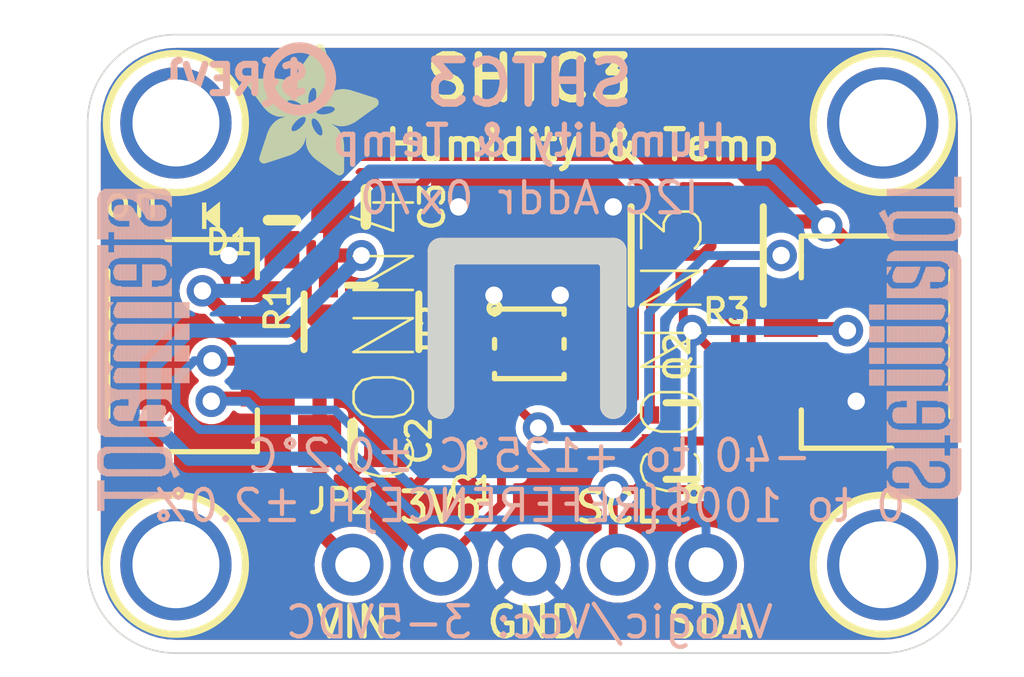
<source format=kicad_pcb>
(kicad_pcb (version 20221018) (generator pcbnew)
  (layers (0 "F.Cu" signal) (31 "B.Cu" signal) (34 "B.Paste" user) (35 "F.Paste" user) (36 "B.SilkS" user "B.Silkscreen") (37 "F.SilkS" user "F.Silkscreen") (38 "B.Mask" user) (39 "F.Mask" user) (44 "Edge.Cuts" user))
  (net 0 "")
  (net 1 "GND")
  (net 2 "SDA")
  (net 3 "SCL")
  (net 4 "SCL_3V")
  (net 5 "SDA_3V")
  (net 6 "3.3V")
  (net 7 "VCC")
  (net 8 "N$1")
  (footprint "working:MOUNTINGHOLE_2.5_PLATED" (layer "F.Cu") (at 138.3411 98.6536)
    (fp_text reference "U$1" hide)
    (fp_text value "MOUNTINGHOLE2.5" hide)
    (pad "P$1" thru_hole circle (at 0 0) (size 3.2 3.2) (drill 2.5) (layers "*.Cu" "*.Mask"))
    (zone (net 0) (net_name "") (layer "F.Cu") (connect_pads (clearance 0)) (min_thickness 0.25)
      (keepout (tracks not_allowed) (vias not_allowed) (pads not_allowed) (copperpour not_allowed) (footprints allowed))
      (fill (thermal_gap 0.5) (thermal_bridge_width 0.5))
      (polygon (pts (xy 140.3571 98.6536) (xy 140.33748 98.373027) (xy 140.279004 98.097915) (xy 140.182808 97.833619) (xy 140.050765 97.585283) (xy 139.885446 97.35774) (xy 139.690067 97.15542) (xy 139.468433 96.98226) (xy 139.224856 96.841631) (xy 138.964078 96.73627) (xy 138.691175 96.668228) (xy 138.411457 96.638828) (xy 138.130371 96.648644) (xy 137.853385 96.697484) (xy 137.585893 96.784397) (xy 137.3331 96.907693) (xy 137.099926 97.06497) (xy 136.890911 97.253169) (xy 136.710122 97.468625) (xy 136.561078 97.707145) (xy 136.44668 97.964087) (xy 136.369154 98.23445) (xy 136.330011 98.512971) (xy 136.330011 98.794229) (xy 136.369154 99.07275) (xy 136.44668 99.343113) (xy 136.561078 99.600055) (xy 136.710122 99.838575) (xy 136.890911 100.054031) (xy 137.099926 100.24223) (xy 137.3331 100.399507) (xy 137.585893 100.522803) (xy 137.853385 100.609716) (xy 138.130371 100.658556) (xy 138.411457 100.668372) (xy 138.691175 100.638972) (xy 138.964078 100.57093) (xy 139.224856 100.465569) (xy 139.468433 100.32494) (xy 139.690067 100.15178) (xy 139.885446 99.94946) (xy 140.050765 99.721917) (xy 140.182808 99.473581) (xy 140.279004 99.209285) (xy 140.33748 98.934173)))
      (polygon (pts (xy 138.3251 98.6536) (xy 138.329786 98.664914) (xy 138.3411 98.6696) (xy 138.352414 98.664914) (xy 138.3571 98.6536) (xy 138.352414 98.642286) (xy 138.3411 98.6376) (xy 138.329786 98.642286)))
    )
    (zone (net 0) (net_name "") (layer "B.Cu") (connect_pads (clearance 0)) (min_thickness 0.25)
      (keepout (tracks not_allowed) (vias not_allowed) (pads not_allowed) (copperpour not_allowed) (footprints allowed))
      (fill (thermal_gap 0.5) (thermal_bridge_width 0.5))
      (polygon (pts (xy 140.3571 98.6536) (xy 140.33748 98.373027) (xy 140.279004 98.097915) (xy 140.182808 97.833619) (xy 140.050765 97.585283) (xy 139.885446 97.35774) (xy 139.690067 97.15542) (xy 139.468433 96.98226) (xy 139.224856 96.841631) (xy 138.964078 96.73627) (xy 138.691175 96.668228) (xy 138.411457 96.638828) (xy 138.130371 96.648644) (xy 137.853385 96.697484) (xy 137.585893 96.784397) (xy 137.3331 96.907693) (xy 137.099926 97.06497) (xy 136.890911 97.253169) (xy 136.710122 97.468625) (xy 136.561078 97.707145) (xy 136.44668 97.964087) (xy 136.369154 98.23445) (xy 136.330011 98.512971) (xy 136.330011 98.794229) (xy 136.369154 99.07275) (xy 136.44668 99.343113) (xy 136.561078 99.600055) (xy 136.710122 99.838575) (xy 136.890911 100.054031) (xy 137.099926 100.24223) (xy 137.3331 100.399507) (xy 137.585893 100.522803) (xy 137.853385 100.609716) (xy 138.130371 100.658556) (xy 138.411457 100.668372) (xy 138.691175 100.638972) (xy 138.964078 100.57093) (xy 139.224856 100.465569) (xy 139.468433 100.32494) (xy 139.690067 100.15178) (xy 139.885446 99.94946) (xy 140.050765 99.721917) (xy 140.182808 99.473581) (xy 140.279004 99.209285) (xy 140.33748 98.934173)))
      (polygon (pts (xy 138.3251 98.6536) (xy 138.329786 98.664914) (xy 138.3411 98.6696) (xy 138.352414 98.664914) (xy 138.3571 98.6536) (xy 138.352414 98.642286) (xy 138.3411 98.6376) (xy 138.329786 98.642286)))
    )
  )
  (footprint "working:JST_SH4" (layer "F.Cu") (at 138.4681 105.0036 -90)
    (fp_text reference "CONN4" (at -4.6 -5.9 90) (layer "F.SilkS") (effects (font (size 1.703222 1.703222) (thickness 0.074778)) (justify right)))
    (fp_text value "STEMMA_I2C_QT" hide)
    (pad "1" smd rect (at -1.5 -2.514) (size 1.55 0.6) (layers "F.Cu" "F.Paste" "F.Mask") (net 1 "GND"))
    (pad "2" smd rect (at -0.5 -2.514) (size 1.55 0.6) (layers "F.Cu" "F.Paste" "F.Mask") (net 7 "VCC"))
    (pad "3" smd rect (at 0.5 -2.514) (size 1.55 0.6) (layers "F.Cu" "F.Paste" "F.Mask") (net 2 "SDA"))
    (pad "4" smd rect (at 1.5 -2.514) (size 1.55 0.6) (layers "F.Cu" "F.Paste" "F.Mask") (net 3 "SCL"))
    (pad "MT1" smd rect (at -2.8 1.386) (size 1.8 1.2) (layers "F.Cu" "F.Paste" "F.Mask") (net 1 "GND"))
    (pad "MT2" smd rect (at 2.8 1.386) (size 1.8 1.2) (layers "F.Cu" "F.Paste" "F.Mask") (net 1 "GND"))
  )
  (footprint "working:1X05_ROUND_70" (layer "F.Cu") (at 148.5011 111.3536)
    (fp_text reference "JP2" (at -6.4262 -1.8288) (layer "F.SilkS") (effects (font (size 0.692831 0.692831) (thickness 0.119969)) (justify left)))
    (fp_text value "")
    (pad "1" thru_hole circle (at -5.08 0 90) (size 1.778 1.778) (drill 1) (layers "*.Cu" "*.Mask") (net 7 "VCC"))
    (pad "2" thru_hole circle (at -2.54 0 90) (size 1.778 1.778) (drill 1) (layers "*.Cu" "*.Mask") (net 6 "3.3V"))
    (pad "3" thru_hole circle (at 0 0 90) (size 1.778 1.778) (drill 1) (layers "*.Cu" "*.Mask") (net 1 "GND"))
    (pad "4" thru_hole circle (at 2.54 0 90) (size 1.778 1.778) (drill 1) (layers "*.Cu" "*.Mask") (net 3 "SCL"))
    (pad "5" thru_hole circle (at 5.08 0 90) (size 1.778 1.778) (drill 1) (layers "*.Cu" "*.Mask") (net 2 "SDA"))
  )
  (footprint "working:SOT363" (layer "F.Cu") (at 152.8826 107.7976 90)
    (fp_text reference "Q2" (at 1.651 -0.127 90) (layer "F.SilkS") (effects (font (size 0.692831 0.692831) (thickness 0.119969)) (justify left)))
    (fp_text value "BSS138")
    (pad "1" smd rect (at -0.75 0.9 90) (size 0.5 0.5) (layers "F.Cu" "F.Paste" "F.Mask") (net 4 "SCL_3V"))
    (pad "2" smd rect (at 0 0.9 90) (size 0.4 0.5) (layers "F.Cu" "F.Paste" "F.Mask") (net 6 "3.3V"))
    (pad "3" smd rect (at 0.75 0.9 90) (size 0.5 0.5) (layers "F.Cu" "F.Paste" "F.Mask") (net 2 "SDA"))
    (pad "4" smd rect (at 0.75 -0.9 90) (size 0.5 0.5) (layers "F.Cu" "F.Paste" "F.Mask") (net 5 "SDA_3V"))
    (pad "5" smd rect (at 0 -0.9 90) (size 0.4 0.5) (layers "F.Cu" "F.Paste" "F.Mask") (net 6 "3.3V"))
    (pad "6" smd rect (at -0.75 -0.9 90) (size 0.5 0.5) (layers "F.Cu" "F.Paste" "F.Mask") (net 3 "SCL"))
  )
  (footprint "working:0805-NO" (layer "F.Cu") (at 143.4211 107.7976)
    (fp_text reference "C2" (at 1.905 -0.762 90) (layer "F.SilkS") (effects (font (size 0.692831 0.692831) (thickness 0.119969)) (justify right)))
    (fp_text value "10uF")
    (pad "1" smd rect (at -0.95 0) (size 1.24 1.5) (layers "F.Cu" "F.Paste" "F.Mask") (net 7 "VCC"))
    (pad "2" smd rect (at 0.95 0) (size 1.24 1.5) (layers "F.Cu" "F.Paste" "F.Mask") (net 1 "GND"))
  )
  (footprint "working:MOUNTINGHOLE_2.5_PLATED" (layer "F.Cu") (at 158.6611 98.6536)
    (fp_text reference "U$17" hide)
    (fp_text value "MOUNTINGHOLE2.5" hide)
    (pad "P$1" thru_hole circle (at 0 0) (size 3.2 3.2) (drill 2.5) (layers "*.Cu" "*.Mask"))
    (zone (net 0) (net_name "") (layer "F.Cu") (connect_pads (clearance 0)) (min_thickness 0.25)
      (keepout (tracks not_allowed) (vias not_allowed) (pads not_allowed) (copperpour not_allowed) (footprints allowed))
      (fill (thermal_gap 0.5) (thermal_bridge_width 0.5))
      (polygon (pts (xy 160.6771 98.6536) (xy 160.65748 98.373027) (xy 160.599004 98.097915) (xy 160.502808 97.833619) (xy 160.370765 97.585283) (xy 160.205446 97.35774) (xy 160.010067 97.15542) (xy 159.788433 96.98226) (xy 159.544856 96.841631) (xy 159.284078 96.73627) (xy 159.011175 96.668228) (xy 158.731457 96.638828) (xy 158.450371 96.648644) (xy 158.173385 96.697484) (xy 157.905893 96.784397) (xy 157.6531 96.907693) (xy 157.419926 97.06497) (xy 157.210911 97.253169) (xy 157.030122 97.468625) (xy 156.881078 97.707145) (xy 156.76668 97.964087) (xy 156.689154 98.23445) (xy 156.650011 98.512971) (xy 156.650011 98.794229) (xy 156.689154 99.07275) (xy 156.76668 99.343113) (xy 156.881078 99.600055) (xy 157.030122 99.838575) (xy 157.210911 100.054031) (xy 157.419926 100.24223) (xy 157.6531 100.399507) (xy 157.905893 100.522803) (xy 158.173385 100.609716) (xy 158.450371 100.658556) (xy 158.731457 100.668372) (xy 159.011175 100.638972) (xy 159.284078 100.57093) (xy 159.544856 100.465569) (xy 159.788433 100.32494) (xy 160.010067 100.15178) (xy 160.205446 99.94946) (xy 160.370765 99.721917) (xy 160.502808 99.473581) (xy 160.599004 99.209285) (xy 160.65748 98.934173)))
      (polygon (pts (xy 158.6451 98.6536) (xy 158.649786 98.664914) (xy 158.6611 98.6696) (xy 158.672414 98.664914) (xy 158.6771 98.6536) (xy 158.672414 98.642286) (xy 158.6611 98.6376) (xy 158.649786 98.642286)))
    )
    (zone (net 0) (net_name "") (layer "B.Cu") (connect_pads (clearance 0)) (min_thickness 0.25)
      (keepout (tracks not_allowed) (vias not_allowed) (pads not_allowed) (copperpour not_allowed) (footprints allowed))
      (fill (thermal_gap 0.5) (thermal_bridge_width 0.5))
      (polygon (pts (xy 160.6771 98.6536) (xy 160.65748 98.373027) (xy 160.599004 98.097915) (xy 160.502808 97.833619) (xy 160.370765 97.585283) (xy 160.205446 97.35774) (xy 160.010067 97.15542) (xy 159.788433 96.98226) (xy 159.544856 96.841631) (xy 159.284078 96.73627) (xy 159.011175 96.668228) (xy 158.731457 96.638828) (xy 158.450371 96.648644) (xy 158.173385 96.697484) (xy 157.905893 96.784397) (xy 157.6531 96.907693) (xy 157.419926 97.06497) (xy 157.210911 97.253169) (xy 157.030122 97.468625) (xy 156.881078 97.707145) (xy 156.76668 97.964087) (xy 156.689154 98.23445) (xy 156.650011 98.512971) (xy 156.650011 98.794229) (xy 156.689154 99.07275) (xy 156.76668 99.343113) (xy 156.881078 99.600055) (xy 157.030122 99.838575) (xy 157.210911 100.054031) (xy 157.419926 100.24223) (xy 157.6531 100.399507) (xy 157.905893 100.522803) (xy 158.173385 100.609716) (xy 158.450371 100.658556) (xy 158.731457 100.668372) (xy 159.011175 100.638972) (xy 159.284078 100.57093) (xy 159.544856 100.465569) (xy 159.788433 100.32494) (xy 160.010067 100.15178) (xy 160.205446 99.94946) (xy 160.370765 99.721917) (xy 160.502808 99.473581) (xy 160.599004 99.209285) (xy 160.65748 98.934173)))
      (polygon (pts (xy 158.6451 98.6536) (xy 158.649786 98.664914) (xy 158.6611 98.6696) (xy 158.672414 98.664914) (xy 158.6771 98.6536) (xy 158.672414 98.642286) (xy 158.6611 98.6376) (xy 158.649786 98.642286)))
    )
  )
  (footprint "working:FIDUCIAL_1MM" (layer "F.Cu") (at 140.8811 109.3216)
    (fp_text reference "FID3" hide)
    (fp_text value "FIDUCIAL_1MM" hide)
    (pad "1" smd roundrect (at 0 0) (size 1 1) (layers "F.Cu" "F.Mask") (roundrect_rratio 0.5))
  )
  (footprint "working:SOT23-5" (layer "F.Cu") (at 143.6751 104.3686)
    (fp_text reference "U2" (at 2.032 -0.562 90) (layer "F.SilkS") (effects (font (size 0.692831 0.692831) (thickness 0.119969)) (justify right)))
    (fp_text value "AP2112K-3.3")
    (pad "1" smd rect (at -0.95 1.3001) (size 0.55 1.2) (layers "F.Cu" "F.Paste" "F.Mask") (net 7 "VCC"))
    (pad "2" smd rect (at 0 1.3001) (size 0.55 1.2) (layers "F.Cu" "F.Paste" "F.Mask") (net 1 "GND"))
    (pad "3" smd rect (at 0.95 1.3001) (size 0.55 1.2) (layers "F.Cu" "F.Paste" "F.Mask") (net 7 "VCC"))
    (pad "4" smd rect (at 0.95 -1.3001) (size 0.55 1.2) (layers "F.Cu" "F.Paste" "F.Mask"))
    (pad "5" smd rect (at -0.95 -1.3001) (size 0.55 1.2) (layers "F.Cu" "F.Paste" "F.Mask") (net 6 "3.3V"))
  )
  (footprint "working:CHIPLED_0603_NOOUTLINE" (layer "F.Cu") (at 139.3571 101.3206 90)
    (fp_text reference "D1" (at -0.762 1.27) (layer "F.SilkS") (effects (font (size 0.692831 0.692831) (thickness 0.119969)) (justify right)))
    (fp_text value "GREEN")
    (pad "A" smd rect (at 0 0.75 90) (size 0.8 0.8) (layers "F.Cu" "F.Paste" "F.Mask") (net 8 "N$1"))
    (pad "C" smd rect (at 0 -0.75 90) (size 0.8 0.8) (layers "F.Cu" "F.Paste" "F.Mask") (net 1 "GND"))
  )
  (footprint "working:JST_SH4" (layer "F.Cu") (at 158.5341 105.0036 90)
    (fp_text reference "CONN3" (at -4.6 -5.9 90) (layer "F.SilkS") (effects (font (size 1.703222 1.703222) (thickness 0.074778)) (justify left)))
    (fp_text value "STEMMA_I2C_QT" hide)
    (pad "1" smd rect (at -1.5 -2.514 180) (size 1.55 0.6) (layers "F.Cu" "F.Paste" "F.Mask") (net 1 "GND"))
    (pad "2" smd rect (at -0.5 -2.514 180) (size 1.55 0.6) (layers "F.Cu" "F.Paste" "F.Mask") (net 7 "VCC"))
    (pad "3" smd rect (at 0.5 -2.514 180) (size 1.55 0.6) (layers "F.Cu" "F.Paste" "F.Mask") (net 2 "SDA"))
    (pad "4" smd rect (at 1.5 -2.514 180) (size 1.55 0.6) (layers "F.Cu" "F.Paste" "F.Mask") (net 3 "SCL"))
    (pad "MT1" smd rect (at -2.8 1.386 180) (size 1.8 1.2) (layers "F.Cu" "F.Paste" "F.Mask") (net 1 "GND"))
    (pad "MT2" smd rect (at 2.8 1.386 180) (size 1.8 1.2) (layers "F.Cu" "F.Paste" "F.Mask") (net 1 "GND"))
  )
  (footprint "working:SHTC3" (layer "F.Cu") (at 148.5011 105.0036)
    (fp_text reference "X1" hide)
    (fp_text value "SHTC3" hide)
    (pad "1" smd rect (at -0.95 -0.5 90) (size 0.35 0.55) (layers "F.Cu" "F.Mask") (net 6 "3.3V"))
    (pad "2" smd rect (at -0.95 0.5 90) (size 0.35 0.55) (layers "F.Cu" "F.Mask") (net 4 "SCL_3V"))
    (pad "3" smd rect (at 0.95 0.5 90) (size 0.35 0.55) (layers "F.Cu" "F.Mask") (net 5 "SDA_3V"))
    (pad "4" smd rect (at 0.95 -0.5 90) (size 0.35 0.55) (layers "F.Cu" "F.Mask") (net 1 "GND"))
    (pad "MNT" smd rect (at 0 0 90) (size 1.6 0.7) (layers "F.Cu" "F.Mask") (net 1 "GND"))
  )
  (footprint "working:FIDUCIAL_1MM" (layer "F.Cu") (at 155.3591 97.3836)
    (fp_text reference "FID4" hide)
    (fp_text value "FIDUCIAL_1MM" hide)
    (pad "1" smd roundrect (at 0 0) (size 1 1) (layers "F.Cu" "F.Mask") (roundrect_rratio 0.5))
  )
  (footprint "working:MOUNTINGHOLE_2.5_PLATED" (layer "F.Cu") (at 158.6611 111.3536)
    (fp_text reference "U$21" hide)
    (fp_text value "MOUNTINGHOLE2.5" hide)
    (pad "P$1" thru_hole circle (at 0 0) (size 3.2 3.2) (drill 2.5) (layers "*.Cu" "*.Mask"))
    (zone (net 0) (net_name "") (layer "F.Cu") (connect_pads (clearance 0)) (min_thickness 0.25)
      (keepout (tracks not_allowed) (vias not_allowed) (pads not_allowed) (copperpour not_allowed) (footprints allowed))
      (fill (thermal_gap 0.5) (thermal_bridge_width 0.5))
      (polygon (pts (xy 160.6771 111.3536) (xy 160.65748 111.073027) (xy 160.599004 110.797915) (xy 160.502808 110.533619) (xy 160.370765 110.285283) (xy 160.205446 110.05774) (xy 160.010067 109.85542) (xy 159.788433 109.68226) (xy 159.544856 109.541631) (xy 159.284078 109.43627) (xy 159.011175 109.368228) (xy 158.731457 109.338828) (xy 158.450371 109.348644) (xy 158.173385 109.397484) (xy 157.905893 109.484397) (xy 157.6531 109.607693) (xy 157.419926 109.76497) (xy 157.210911 109.953169) (xy 157.030122 110.168625) (xy 156.881078 110.407145) (xy 156.76668 110.664087) (xy 156.689154 110.93445) (xy 156.650011 111.212971) (xy 156.650011 111.494229) (xy 156.689154 111.77275) (xy 156.76668 112.043113) (xy 156.881078 112.300055) (xy 157.030122 112.538575) (xy 157.210911 112.754031) (xy 157.419926 112.94223) (xy 157.6531 113.099507) (xy 157.905893 113.222803) (xy 158.173385 113.309716) (xy 158.450371 113.358556) (xy 158.731457 113.368372) (xy 159.011175 113.338972) (xy 159.284078 113.27093) (xy 159.544856 113.165569) (xy 159.788433 113.02494) (xy 160.010067 112.85178) (xy 160.205446 112.64946) (xy 160.370765 112.421917) (xy 160.502808 112.173581) (xy 160.599004 111.909285) (xy 160.65748 111.634173)))
      (polygon (pts (xy 158.6451 111.3536) (xy 158.649786 111.364914) (xy 158.6611 111.3696) (xy 158.672414 111.364914) (xy 158.6771 111.3536) (xy 158.672414 111.342286) (xy 158.6611 111.3376) (xy 158.649786 111.342286)))
    )
    (zone (net 0) (net_name "") (layer "B.Cu") (connect_pads (clearance 0)) (min_thickness 0.25)
      (keepout (tracks not_allowed) (vias not_allowed) (pads not_allowed) (copperpour not_allowed) (footprints allowed))
      (fill (thermal_gap 0.5) (thermal_bridge_width 0.5))
      (polygon (pts (xy 160.6771 111.3536) (xy 160.65748 111.073027) (xy 160.599004 110.797915) (xy 160.502808 110.533619) (xy 160.370765 110.285283) (xy 160.205446 110.05774) (xy 160.010067 109.85542) (xy 159.788433 109.68226) (xy 159.544856 109.541631) (xy 159.284078 109.43627) (xy 159.011175 109.368228) (xy 158.731457 109.338828) (xy 158.450371 109.348644) (xy 158.173385 109.397484) (xy 157.905893 109.484397) (xy 157.6531 109.607693) (xy 157.419926 109.76497) (xy 157.210911 109.953169) (xy 157.030122 110.168625) (xy 156.881078 110.407145) (xy 156.76668 110.664087) (xy 156.689154 110.93445) (xy 156.650011 111.212971) (xy 156.650011 111.494229) (xy 156.689154 111.77275) (xy 156.76668 112.043113) (xy 156.881078 112.300055) (xy 157.030122 112.538575) (xy 157.210911 112.754031) (xy 157.419926 112.94223) (xy 157.6531 113.099507) (xy 157.905893 113.222803) (xy 158.173385 113.309716) (xy 158.450371 113.358556) (xy 158.731457 113.368372) (xy 159.011175 113.338972) (xy 159.284078 113.27093) (xy 159.544856 113.165569) (xy 159.788433 113.02494) (xy 160.010067 112.85178) (xy 160.205446 112.64946) (xy 160.370765 112.421917) (xy 160.502808 112.173581) (xy 160.599004 111.909285) (xy 160.65748 111.634173)))
      (polygon (pts (xy 158.6451 111.3536) (xy 158.649786 111.364914) (xy 158.6611 111.3696) (xy 158.672414 111.364914) (xy 158.6771 111.3536) (xy 158.672414 111.342286) (xy 158.6611 111.3376) (xy 158.649786 111.342286)))
    )
  )
  (footprint "working:MOUNTINGHOLE_2.5_PLATED" (layer "F.Cu") (at 138.3411 111.3536)
    (fp_text reference "U$19" hide)
    (fp_text value "MOUNTINGHOLE2.5" hide)
    (pad "P$1" thru_hole circle (at 0 0) (size 3.2 3.2) (drill 2.5) (layers "*.Cu" "*.Mask"))
    (zone (net 0) (net_name "") (layer "F.Cu") (connect_pads (clearance 0)) (min_thickness 0.25)
      (keepout (tracks not_allowed) (vias not_allowed) (pads not_allowed) (copperpour not_allowed) (footprints allowed))
      (fill (thermal_gap 0.5) (thermal_bridge_width 0.5))
      (polygon (pts (xy 140.3571 111.3536) (xy 140.33748 111.073027) (xy 140.279004 110.797915) (xy 140.182808 110.533619) (xy 140.050765 110.285283) (xy 139.885446 110.05774) (xy 139.690067 109.85542) (xy 139.468433 109.68226) (xy 139.224856 109.541631) (xy 138.964078 109.43627) (xy 138.691175 109.368228) (xy 138.411457 109.338828) (xy 138.130371 109.348644) (xy 137.853385 109.397484) (xy 137.585893 109.484397) (xy 137.3331 109.607693) (xy 137.099926 109.76497) (xy 136.890911 109.953169) (xy 136.710122 110.168625) (xy 136.561078 110.407145) (xy 136.44668 110.664087) (xy 136.369154 110.93445) (xy 136.330011 111.212971) (xy 136.330011 111.494229) (xy 136.369154 111.77275) (xy 136.44668 112.043113) (xy 136.561078 112.300055) (xy 136.710122 112.538575) (xy 136.890911 112.754031) (xy 137.099926 112.94223) (xy 137.3331 113.099507) (xy 137.585893 113.222803) (xy 137.853385 113.309716) (xy 138.130371 113.358556) (xy 138.411457 113.368372) (xy 138.691175 113.338972) (xy 138.964078 113.27093) (xy 139.224856 113.165569) (xy 139.468433 113.02494) (xy 139.690067 112.85178) (xy 139.885446 112.64946) (xy 140.050765 112.421917) (xy 140.182808 112.173581) (xy 140.279004 111.909285) (xy 140.33748 111.634173)))
      (polygon (pts (xy 138.3251 111.3536) (xy 138.329786 111.364914) (xy 138.3411 111.3696) (xy 138.352414 111.364914) (xy 138.3571 111.3536) (xy 138.352414 111.342286) (xy 138.3411 111.3376) (xy 138.329786 111.342286)))
    )
    (zone (net 0) (net_name "") (layer "B.Cu") (connect_pads (clearance 0)) (min_thickness 0.25)
      (keepout (tracks not_allowed) (vias not_allowed) (pads not_allowed) (copperpour not_allowed) (footprints allowed))
      (fill (thermal_gap 0.5) (thermal_bridge_width 0.5))
      (polygon (pts (xy 140.3571 111.3536) (xy 140.33748 111.073027) (xy 140.279004 110.797915) (xy 140.182808 110.533619) (xy 140.050765 110.285283) (xy 139.885446 110.05774) (xy 139.690067 109.85542) (xy 139.468433 109.68226) (xy 139.224856 109.541631) (xy 138.964078 109.43627) (xy 138.691175 109.368228) (xy 138.411457 109.338828) (xy 138.130371 109.348644) (xy 137.853385 109.397484) (xy 137.585893 109.484397) (xy 137.3331 109.607693) (xy 137.099926 109.76497) (xy 136.890911 109.953169) (xy 136.710122 110.168625) (xy 136.561078 110.407145) (xy 136.44668 110.664087) (xy 136.369154 110.93445) (xy 136.330011 111.212971) (xy 136.330011 111.494229) (xy 136.369154 111.77275) (xy 136.44668 112.043113) (xy 136.561078 112.300055) (xy 136.710122 112.538575) (xy 136.890911 112.754031) (xy 137.099926 112.94223) (xy 137.3331 113.099507) (xy 137.585893 113.222803) (xy 137.853385 113.309716) (xy 138.130371 113.358556) (xy 138.411457 113.368372) (xy 138.691175 113.338972) (xy 138.964078 113.27093) (xy 139.224856 113.165569) (xy 139.468433 113.02494) (xy 139.690067 112.85178) (xy 139.885446 112.64946) (xy 140.050765 112.421917) (xy 140.182808 112.173581) (xy 140.279004 111.909285) (xy 140.33748 111.634173)))
      (polygon (pts (xy 138.3251 111.3536) (xy 138.329786 111.364914) (xy 138.3411 111.3696) (xy 138.352414 111.364914) (xy 138.3571 111.3536) (xy 138.352414 111.342286) (xy 138.3411 111.3376) (xy 138.329786 111.342286)))
    )
  )
  (footprint "working:0603-NO" (layer "F.Cu") (at 141.3891 101.4476 -90)
    (fp_text reference "R1" (at 1.778 0.127 90) (layer "F.SilkS") (effects (font (size 0.692831 0.692831) (thickness 0.119969)) (justify right)))
    (fp_text value "10K")
    (pad "1" smd rect (at -0.85 0 270) (size 1.075 1) (layers "F.Cu" "F.Paste" "F.Mask") (net 6 "3.3V"))
    (pad "2" smd rect (at 0.85 0 270) (size 1.075 1) (layers "F.Cu" "F.Paste" "F.Mask") (net 8 "N$1"))
  )
  (footprint "working:RESPACK_4X0603" (layer "F.Cu") (at 153.3271 102.4636 180)
    (fp_text reference "R3" (at -1.6 -1.6) (layer "F.SilkS") (effects (font (size 0.692831 0.692831) (thickness 0.119969)) (justify right)))
    (fp_text value "10K")
    (pad "1" smd rect (at -1.3 0.85 180) (size 0.45 0.9) (layers "F.Cu" "F.Paste" "F.Mask") (net 7 "VCC"))
    (pad "2" smd rect (at -0.4 0.85 180) (size 0.45 0.9) (layers "F.Cu" "F.Paste" "F.Mask") (net 6 "3.3V"))
    (pad "3" smd rect (at 0.4 0.85 180) (size 0.45 0.9) (layers "F.Cu" "F.Paste" "F.Mask") (net 7 "VCC"))
    (pad "4" smd rect (at 1.3 0.85 180) (size 0.45 0.9) (layers "F.Cu" "F.Paste" "F.Mask") (net 6 "3.3V"))
    (pad "5" smd rect (at 1.3 -0.85 180) (size 0.45 0.9) (layers "F.Cu" "F.Paste" "F.Mask") (net 5 "SDA_3V"))
    (pad "6" smd rect (at 0.4 -0.85 180) (size 0.45 0.9) (layers "F.Cu" "F.Paste" "F.Mask") (net 2 "SDA"))
    (pad "7" smd rect (at -0.4 -0.85 180) (size 0.45 0.9) (layers "F.Cu" "F.Paste" "F.Mask") (net 4 "SCL_3V"))
    (pad "8" smd rect (at -1.3 -0.85 180) (size 0.45 0.9) (layers "F.Cu" "F.Paste" "F.Mask") (net 3 "SCL"))
  )
  (footprint "working:0603-NO" (layer "F.Cu") (at 146.8501 108.3056 180)
    (fp_text reference "C1" (at -0.762 -0.889) (layer "F.SilkS") (effects (font (size 0.692831 0.692831) (thickness 0.119969)) (justify right)))
    (fp_text value "0.1uF")
    (pad "1" smd rect (at -0.85 0 180) (size 1.075 1) (layers "F.Cu" "F.Paste" "F.Mask") (net 6 "3.3V"))
    (pad "2" smd rect (at 0.85 0 180) (size 1.075 1) (layers "F.Cu" "F.Paste" "F.Mask") (net 1 "GND"))
  )
  (footprint "working:ADAFRUIT_3.5MM" (layer "F.Cu") (at 140.3731 100.1776)
    (fp_text reference "U$22" hide)
    (fp_text value "" hide)
  )
  (footprint "working:0805-NO" (layer "F.Cu") (at 143.8021 101.0666)
    (fp_text reference "C3" (at 1.905 -0.762 90) (layer "F.SilkS") (effects (font (size 0.692831 0.692831) (thickness 0.119969)) (justify right)))
    (fp_text value "10uF")
    (pad "1" smd rect (at -0.95 0) (size 1.24 1.5) (layers "F.Cu" "F.Paste" "F.Mask") (net 6 "3.3V"))
    (pad "2" smd rect (at 0.95 0) (size 1.24 1.5) (layers "F.Cu" "F.Paste" "F.Mask") (net 1 "GND"))
  )
  (footprint "working:STEMMAQT" (layer "B.Cu") (at 138.7221 100.5586 -90)
    (fp_text reference "U$31" hide)
    (fp_text value "" hide)
  )
  (footprint "working:PCBFEAT-REV-040" (layer "B.Cu") (at 141.8971 97.3836 180)
    (fp_text reference "U$25" hide)
    (fp_text value "" hide)
    (fp_text user "${REV}" (at -0.3556 -0.508) (layer "B.SilkS") (effects (font (size 0.8128 0.8128) (thickness 0.2032)) (justify left bottom mirror)))
  )
  (footprint "working:STEMMAQT" (layer "B.Cu") (at 158.2801 109.4486 90)
    (fp_text reference "U$30" hide)
    (fp_text value "" hide)
  )
  (gr_line (start 161.2011 111.3536) (end 161.2011 98.6536) (stroke (width 0.05)) (layer "Edge.Cuts"))
  (gr_arc (start 135.8011 98.6536) (mid 136.545049 96.857549) (end 138.3411 96.1136) (stroke (width 0.05)) (layer "Edge.Cuts"))
  (gr_line (start 138.3411 113.8936) (end 158.6611 113.8936) (stroke (width 0.05)) (layer "Edge.Cuts"))
  (gr_arc (start 158.6611 96.1136) (mid 160.457151 96.857549) (end 161.2011 98.6536) (stroke (width 0.05)) (layer "Edge.Cuts"))
  (gr_line (start 150.9141 102.3366) (end 150.9141 106.7816) (stroke (width 0.762)) (layer "Edge.Cuts"))
  (gr_arc (start 161.2011 111.3536) (mid 160.457151 113.149651) (end 158.6611 113.8936) (stroke (width 0.05)) (layer "Edge.Cuts"))
  (gr_line (start 135.8011 98.6536) (end 135.8011 111.3536) (stroke (width 0.05)) (layer "Edge.Cuts"))
  (gr_line (start 145.9611 106.7816) (end 145.9611 102.3366) (stroke (width 0.762)) (layer "Edge.Cuts"))
  (gr_line (start 145.9611 102.3366) (end 150.9141 102.3366) (stroke (width 0.762)) (layer "Edge.Cuts"))
  (gr_arc (start 138.3411 113.8936) (mid 136.545049 113.149651) (end 135.8011 111.3536) (stroke (width 0.05)) (layer "Edge.Cuts"))
  (gr_line (start 158.6611 96.1136) (end 138.3411 96.1136) (stroke (width 0.05)) (layer "Edge.Cuts"))
  (gr_text "VLogic/Vcc: 3-5VDC" (at 148.5011 113.0046) (layer "B.SilkS") (effects (font (size 0.89408 0.89408) (thickness 0.12192)) (justify mirror)))
  (gr_text "I2C Addr 0x70" (at 148.5011 100.8126) (layer "B.SilkS") (effects (font (size 0.89408 0.89408) (thickness 0.12192)) (justify mirror)))
  (gr_text "SHTC3" (at 148.5011 97.5106) (layer "B.SilkS") (effects (font (size 1.25222 1.25222) (thickness 0.22098)) (justify mirror)))
  (gr_text "-40 to +125°C ±0.2°C\n0 to 100%RH ±2.0%" (at 148.5011 108.9406) (layer "B.SilkS") (effects (font (size 0.89408 0.89408) (thickness 0.12192)) (justify mirror)))
  (gr_text "Humidity & Temp" (at 148.5011 99.1616) (layer "B.SilkS") (effects (font (size 0.8636 0.8636) (thickness 0.1524)) (justify mirror)))
  (gr_text "on" (at 136.1821 101.4476) (layer "F.SilkS") (effects (font (size 0.89408 0.89408) (thickness 0.12192)) (justify left bottom)))
  (gr_text "SDA" (at 153.7081 113.0046) (layer "F.SilkS") (effects (font (size 0.87376 0.87376) (thickness 0.14224))))
  (gr_text "SHTC3" (at 148.5011 97.3836) (layer "F.SilkS") (effects (font (size 1.25222 1.25222) (thickness 0.22098))))
  (gr_text "Humidity & Temp" (at 150.0251 99.2886) (layer "F.SilkS") (effects (font (size 0.8636 0.8636) (thickness 0.1524))))
  (gr_text "GND" (at 148.6281 113.0046) (layer "F.SilkS") (effects (font (size 0.87376 0.87376) (thickness 0.14224))))
  (gr_text "VIN" (at 143.4211 113.0046) (layer "F.SilkS") (effects (font (size 0.87376 0.87376) (thickness 0.14224))))
  (gr_text "3Vo" (at 145.9611 109.7026) (layer "F.SilkS") (effects (font (size 0.87376 0.87376) (thickness 0.14224))))
  (gr_text "SCL" (at 151.0411 109.7026) (layer "F.SilkS") (effects (font (size 0.87376 0.87376) (thickness 0.14224))))
  (segment (start 144.3711 107.4166) (end 143.6751 106.7206) (width 0.4064) (layer "F.Cu") (net 1))
  (segment (start 140.9051 103.5036) (end 139.8651 102.4636) (width 0.4064) (layer "F.Cu") (net 1))
  (segment (start 143.6751 105.6687) (end 143.6751 106.7206) (width 0.4064) (layer "F.Cu") (net 1))
  (segment (start 144.3711 107.7976) (end 144.3711 107.4166) (width 0.4064) (layer "F.Cu") (net 1))
  (segment (start 140.9821 103.5036) (end 140.9051 103.5036) (width 0.4064) (layer "F.Cu") (net 1))
  (via (at 157.8991 106.6546) (size 0.9064) (drill 0.5) (layers "F.Cu" "B.Cu") (net 1))
  (via (at 139.8651 102.4636) (size 0.9064) (drill 0.5) (layers "F.Cu" "B.Cu") (net 1))
  (via (at 149.3901 103.6066) (size 0.9064) (drill 0.5) (layers "F.Cu" "B.Cu") (net 1))
  (via (at 146.4691 101.0666) (size 0.9064) (drill 0.5) (layers "F.Cu" "B.Cu") (net 1))
  (via (at 147.4851 103.6066) (size 0.9064) (drill 0.5) (layers "F.Cu" "B.Cu") (net 1))
  (via (at 150.9141 101.0666) (size 0.9064) (drill 0.5) (layers "F.Cu" "B.Cu") (net 1))
  (segment (start 152.9271 104.3686) (end 152.9271 103.3136) (width 0.254) (layer "F.Cu") (net 2))
  (segment (start 153.1811 104.6226) (end 152.9271 104.3686) (width 0.254) (layer "F.Cu") (net 2))
  (segment (start 157.5261 104.5036) (end 157.6451 104.6226) (width 0.254) (layer "F.Cu") (net 2))
  (segment (start 140.9821 105.5036) (end 139.379706 105.5036) (width 0.254) (layer "F.Cu") (net 2))
  (segment (start 156.0201 104.5036) (end 157.5261 104.5036) (width 0.254) (layer "F.Cu") (net 2))
  (segment (start 139.379706 105.5036) (end 139.379706 105.488994) (width 0.254) (layer "F.Cu") (net 2))
  (segment (start 153.7826 105.2241) (end 153.1811 104.6226) (width 0.254) (layer "F.Cu") (net 2))
  (segment (start 153.7826 107.0476) (end 153.7826 105.2241) (width 0.254) (layer "F.Cu") (net 2))
  (via (at 153.1811 104.6226) (size 0.9064) (drill 0.5) (layers "F.Cu" "B.Cu") (net 2))
  (via (at 157.6451 104.6226) (size 0.9064) (drill 0.5) (layers "F.Cu" "B.Cu") (net 2))
  (via (at 139.379706 105.488994) (size 0.9064) (drill 0.5) (layers "F.Cu" "B.Cu") (net 2))
  (segment (start 138.3411 106.7816) (end 139.0269 107.4674) (width 0.254) (layer "B.Cu") (net 2))
  (segment (start 139.0269 107.4674) (end 142.745 107.4674) (width 0.254) (layer "B.Cu") (net 2))
  (segment (start 157.6451 104.6226) (end 153.1811 104.6226) (width 0.254) (layer "B.Cu") (net 2))
  (segment (start 153.1811 109.8296) (end 153.5811 110.2296) (width 0.254) (layer "B.Cu") (net 2))
  (segment (start 153.5811 110.2296) (end 153.5811 111.3536) (width 0.254) (layer "B.Cu") (net 2))
  (segment (start 152.9461 110.0646) (end 153.1811 109.8296) (width 0.254) (layer "B.Cu") (net 2))
  (segment (start 142.745 107.4674) (end 145.3422 110.0646) (width 0.254) (layer "B.Cu") (net 2))
  (segment (start 138.3411 106.0196) (end 138.3411 106.7816) (width 0.254) (layer "B.Cu") (net 2))
  (segment (start 153.1811 109.8296) (end 153.1811 104.6226) (width 0.254) (layer "B.Cu") (net 2))
  (segment (start 139.379706 105.488994) (end 138.871706 105.488994) (width 0.254) (layer "B.Cu") (net 2))
  (segment (start 145.3422 110.0646) (end 152.9461 110.0646) (width 0.254) (layer "B.Cu") (net 2))
  (segment (start 138.871706 105.488994) (end 138.3411 106.0196) (width 0.254) (layer "B.Cu") (net 2))
  (segment (start 150.9141 109.1946) (end 151.5491 109.1946) (width 0.254) (layer "F.Cu") (net 3))
  (segment (start 151.9826 108.5476) (end 152.08935 108.65435) (width 0.254) (layer "F.Cu") (net 3))
  (segment (start 154.8811 108.5296) (end 154.2161 109.1946) (width 0.254) (layer "F.Cu") (net 3))
  (segment (start 152.5541 109.1946) (end 151.9826 108.6231) (width 0.254) (layer "F.Cu") (net 3))
  (segment (start 154.8171 103.5036) (end 154.6271 103.3136) (width 0.254) (layer "F.Cu") (net 3))
  (segment (start 154.8811 103.5676) (end 154.8811 108.5296) (width 0.254) (layer "F.Cu") (net 3))
  (segment (start 139.5081 106.5036) (end 139.3571 106.6546) (width 0.254) (layer "F.Cu") (net 3))
  (segment (start 150.9141 111.2266) (end 151.0411 111.3536) (width 0.254) (layer "F.Cu") (net 3))
  (segment (start 154.6271 103.3136) (end 154.8811 103.5676) (width 0.254) (layer "F.Cu") (net 3))
  (segment (start 140.9821 106.5036) (end 139.5081 106.5036) (width 0.254) (layer "F.Cu") (net 3))
  (segment (start 150.9141 109.1946) (end 150.9141 111.2266) (width 0.254) (layer "F.Cu") (net 3))
  (segment (start 151.9826 108.5476) (end 151.9826 108.6231) (width 0.254) (layer "F.Cu") (net 3))
  (segment (start 154.2161 109.1946) (end 152.5541 109.1946) (width 0.254) (layer "F.Cu") (net 3))
  (segment (start 152.08935 108.65435) (end 151.5491 109.1946) (width 0.254) (layer "F.Cu") (net 3))
  (segment (start 156.0201 103.5036) (end 154.8171 103.5036) (width 0.254) (layer "F.Cu") (net 3))
  (via (at 139.3571 106.6546) (size 0.9064) (drill 0.5) (layers "F.Cu" "B.Cu") (net 3))
  (via (at 150.9141 109.1946) (size 0.9064) (drill 0.5) (layers "F.Cu" "B.Cu") (net 3))
  (segment (start 142.9131 106.9086) (end 140.650262 106.9086) (width 0.254) (layer "B.Cu") (net 3))
  (segment (start 140.396262 106.6546) (end 140.650262 106.9086) (width 0.254) (layer "B.Cu") (net 3))
  (segment (start 139.3571 106.6546) (end 140.396262 106.6546) (width 0.254) (layer "B.Cu") (net 3))
  (segment (start 145.1991 109.1946) (end 142.9131 106.9086) (width 0.254) (layer "B.Cu") (net 3))
  (segment (start 150.9141 109.1946) (end 145.1991 109.1946) (width 0.254) (layer "B.Cu") (net 3))
  (segment (start 153.7271 103.7526) (end 154.4239 104.4494) (width 0.254) (layer "F.Cu") (net 4))
  (segment (start 154.4239 108.1786) (end 154.0549 108.5476) (width 0.254) (layer "F.Cu") (net 4))
  (segment (start 147.5511 105.5036) (end 147.5511 106.2126) (width 0.254) (layer "F.Cu") (net 4))
  (segment (start 153.7271 102.9526) (end 154.2161 102.4636) (width 0.254) (layer "F.Cu") (net 4))
  (segment (start 153.7271 103.3136) (end 153.7271 102.9526) (width 0.254) (layer "F.Cu") (net 4))
  (segment (start 148.7551 107.4166) (end 147.5511 106.2126) (width 0.254) (layer "F.Cu") (net 4))
  (segment (start 154.2161 102.4636) (end 155.7401 102.4636) (width 0.254) (layer "F.Cu") (net 4))
  (segment (start 153.7826 108.5476) (end 154.0549 108.5476) (width 0.254) (layer "F.Cu") (net 4))
  (segment (start 148.7583 107.4166) (end 148.7551 107.4166) (width 0.254) (layer "F.Cu") (net 4))
  (segment (start 154.4239 104.4494) (end 154.4239 108.1786) (width 0.254) (layer "F.Cu") (net 4))
  (segment (start 153.7271 103.3136) (end 153.7271 103.7526) (width 0.254) (layer "F.Cu") (net 4))
  (via (at 148.7583 107.4166) (size 0.889) (drill 0.4826) (layers "F.Cu" "B.Cu") (net 4))
  (via (at 155.7401 102.4636) (size 0.9064) (drill 0.5) (layers "F.Cu" "B.Cu") (net 4))
  (segment (start 151.9301 104.1146) (end 153.5811 102.4636) (width 0.254) (layer "B.Cu") (net 4))
  (segment (start 149.0123 107.6706) (end 148.7583 107.4166) (width 0.254) (layer "B.Cu") (net 4))
  (segment (start 151.4221 107.6706) (end 149.0123 107.6706) (width 0.254) (layer "B.Cu") (net 4))
  (segment (start 151.4221 107.6706) (end 151.9301 107.1626) (width 0.254) (layer "B.Cu") (net 4))
  (segment (start 153.5811 102.4636) (end 155.7401 102.4636) (width 0.254) (layer "B.Cu") (net 4))
  (segment (start 151.9301 107.1626) (end 151.9301 104.1146) (width 0.254) (layer "B.Cu") (net 4))
  (segment (start 150.1521 107.6706) (end 151.1691 107.6706) (width 0.254) (layer "F.Cu") (net 5))
  (segment (start 151.7921 107.0476) (end 151.9826 107.0476) (width 0.254) (layer "F.Cu") (net 5))
  (segment (start 151.7921 107.0476) (end 151.1691 107.6706) (width 0.254) (layer "F.Cu") (net 5))
  (segment (start 152.0271 103.3136) (end 151.9826 103.3581) (width 0.254) (layer "F.Cu") (net 5))
  (segment (start 151.9826 103.3581) (end 151.9826 107.0476) (width 0.254) (layer "F.Cu") (net 5))
  (segment (start 149.4511 105.5036) (end 149.4511 106.9696) (width 0.254) (layer "F.Cu") (net 5))
  (segment (start 149.4511 106.9696) (end 150.1521 107.6706) (width 0.254) (layer "F.Cu") (net 5))
  (segment (start 142.8521 101.0666) (end 142.8521 100.1116) (width 0.4064) (layer "F.Cu") (net 6))
  (segment (start 142.4931 101.0666) (end 142.0241 100.5976) (width 0.3048) (layer "F.Cu") (net 6))
  (segment (start 153.7271 101.6136) (end 153.7271 102.1906) (width 0.3048) (layer "F.Cu") (net 6))
  (segment (start 142.8521 102.4636) (end 142.7251 102.5906) (width 0.4064) (layer "F.Cu") (net 6))
  (segment (start 142.8521 101.0666) (end 142.7251 101.1936) (width 0.3048) (layer "F.Cu") (net 6))
  (segment (start 143.6751 102.4636) (end 142.8521 102.4636) (width 0.4064) (layer "F.Cu") (net 6))
  (segment (start 151.9826 107.7976) (end 153.7826 107.7976) (width 0.254) (layer "F.Cu") (net 6))
  (segment (start 142.4931 101.0666) (end 142.8521 101.0666) (width 0.3048) (layer "F.Cu") (net 6))
  (segment (start 147.0961 104.5036) (end 146.8501 104.7496) (width 0.254) (layer "F.Cu") (net 6))
  (segment (start 141.3891 100.5976) (end 142.0241 100.5976) (width 0.3048) (layer "F.Cu") (net 6))
  (segment (start 142.7251 101.1936) (end 142.7251 102.5906) (width 0.3048) (layer "F.Cu") (net 6))
  (segment (start 147.7001 108.3056) (end 151.257625 108.3056) (width 0.254) (layer "F.Cu") (net 6))
  (segment (start 146.8501 106.4006) (end 147.7001 107.2506) (width 0.254) (layer "F.Cu") (net 6))
  (segment (start 150.9141 99.5426) (end 152.0271 100.6556) (width 0.4064) (layer "F.Cu") (net 6))
  (segment (start 147.5511 104.5036) (end 147.0961 104.5036) (width 0.254) (layer "F.Cu") (net 6))
  (segment (start 143.4211 99.5426) (end 150.9141 99.5426) (width 0.4064) (layer "F.Cu") (net 6))
  (segment (start 147.7001 109.6146) (end 145.9611 111.3536) (width 0.254) (layer "F.Cu") (net 6))
  (segment (start 153.4541 102.4636) (end 152.0271 102.4636) (width 0.3048) (layer "F.Cu") (net 6))
  (segment (start 152.0271 100.6556) (end 152.0271 101.6136) (width 0.4064) (layer "F.Cu") (net 6))
  (segment (start 152.0271 102.4636) (end 152.0271 101.6136) (width 0.3048) (layer "F.Cu") (net 6))
  (segment (start 151.765625 107.7976) (end 151.257625 108.3056) (width 0.254) (layer "F.Cu") (net 6))
  (segment (start 142.7251 102.5906) (end 142.7251 103.0685) (width 0.3048) (layer "F.Cu") (net 6))
  (segment (start 153.7271 102.1906) (end 153.4541 102.4636) (width 0.3048) (layer "F.Cu") (net 6))
  (segment (start 142.8521 100.1116) (end 143.4211 99.5426) (width 0.4064) (layer "F.Cu") (net 6))
  (segment (start 146.8501 104.7496) (end 146.8501 106.4006) (width 0.254) (layer "F.Cu") (net 6))
  (segment (start 151.765625 107.7976) (end 151.9826 107.7976) (width 0.254) (layer "F.Cu") (net 6))
  (segment (start 147.7001 107.2506) (end 147.7001 108.3056) (width 0.254) (layer "F.Cu") (net 6))
  (segment (start 147.7001 108.3056) (end 147.7001 109.6146) (width 0.254) (layer "F.Cu") (net 6))
  (via (at 143.6751 102.4636) (size 0.889) (drill 0.4826) (layers "F.Cu" "B.Cu") (net 6))
  (segment (start 145.876856 111.3536) (end 145.9611 111.3536) (width 0.4064) (layer "B.Cu") (net 6))
  (segment (start 137.7061 107.2896) (end 137.7061 105.6386) (width 0.4064) (layer "B.Cu") (net 6))
  (segment (start 137.7061 107.2896) (end 138.7221 108.3056) (width 0.4064) (layer "B.Cu") (net 6))
  (segment (start 138.7221 108.3056) (end 142.828856 108.3056) (width 0.4064) (layer "B.Cu") (net 6))
  (segment (start 137.7061 105.6386) (end 138.7221 104.6226) (width 0.4064) (layer "B.Cu") (net 6))
  (segment (start 138.7221 104.6226) (end 141.5161 104.6226) (width 0.4064) (layer "B.Cu") (net 6))
  (segment (start 141.5161 104.6226) (end 143.6751 102.4636) (width 0.4064) (layer "B.Cu") (net 6))
  (segment (start 142.828856 108.3056) (end 145.876856 111.3536) (width 0.4064) (layer "B.Cu") (net 6))
  (segment (start 142.4711 107.7976) (end 142.4711 110.4036) (width 0.4064) (layer "F.Cu") (net 7))
  (segment (start 158.9151 103.3526) (end 157.1761 101.6136) (width 0.4064) (layer "F.Cu") (net 7))
  (segment (start 154.6271 100.9696) (end 154.6271 101.6136) (width 0.4064) (layer "F.Cu") (net 7))
  (segment (start 157.1761 101.6136) (end 157.0491 101.6136) (width 0.4064) (layer "F.Cu") (net 7))
  (segment (start 140.9821 104.5036) (end 140.1271 104.5036) (width 0.4064) (layer "F.Cu") (net 7))
  (segment (start 156.0201 105.5036) (end 158.2881 105.5036) (width 0.4064) (layer "F.Cu") (net 7))
  (segment (start 144.6251 105.6687) (end 144.6251 104.4956) (width 0.4064) (layer "F.Cu") (net 7))
  (segment (start 157.0491 101.6136) (end 156.9221 101.4866) (width 0.4064) (layer "F.Cu") (net 7))
  (segment (start 140.1271 104.5036) (end 139.1031 103.4796) (width 0.4064) (layer "F.Cu") (net 7))
  (segment (start 142.4711 110.4036) (end 143.4211 111.3536) (width 0.4064) (layer "F.Cu") (net 7))
  (segment (start 154.6271 100.9696) (end 154.2161 100.5586) (width 0.4064) (layer "F.Cu") (net 7))
  (segment (start 158.9151 104.8766) (end 158.9151 103.3526) (width 0.4064) (layer "F.Cu") (net 7))
  (segment (start 152.9271 101.6136) (end 152.9271 100.5586) (width 0.4064) (layer "F.Cu") (net 7))
  (segment (start 154.6271 101.6136) (end 154.7541 101.4866) (width 0.4064) (layer "F.Cu") (net 7))
  (segment (start 144.6251 104.4956) (end 142.9131 104.4956) (width 0.4064) (layer "F.Cu") (net 7))
  (segment (start 158.2881 105.5036) (end 158.9151 104.8766) (width 0.4064) (layer "F.Cu") (net 7))
  (segment (start 140.9821 104.5036) (end 141.6561 104.5036) (width 0.4064) (layer "F.Cu") (net 7))
  (segment (start 141.6561 104.5036) (end 142.7251 105.5726) (width 0.4064) (layer "F.Cu") (net 7))
  (segment (start 142.7251 105.5726) (end 142.7251 105.6687) (width 0.4064) (layer "F.Cu") (net 7))
  (segment (start 142.7251 105.6687) (end 142.4711 105.9227) (width 0.4064) (layer "F.Cu") (net 7))
  (segment (start 142.9131 104.4956) (end 142.7251 104.6836) (width 0.4064) (layer "F.Cu") (net 7))
  (segment (start 152.9271 100.5586) (end 154.2161 100.5586) (width 0.4064) (layer "F.Cu") (net 7))
  (segment (start 142.4711 105.9227) (end 142.4711 107.7976) (width 0.4064) (layer "F.Cu") (net 7))
  (segment (start 156.9221 101.4866) (end 154.7541 101.4866) (width 0.4064) (layer "F.Cu") (net 7))
  (segment (start 142.7251 104.6836) (end 142.7251 105.5726) (width 0.4064) (layer "F.Cu") (net 7))
  (via (at 139.1031 103.4796) (size 0.9064) (drill 0.5) (layers "F.Cu" "B.Cu") (net 7))
  (via (at 157.0491 101.6136) (size 0.9064) (drill 0.5) (layers "F.Cu" "B.Cu") (net 7))
  (segment (start 139.1031 103.4796) (end 140.5001 103.4796) (width 0.4064) (layer "B.Cu") (net 7))
  (segment (start 143.9291 100.0506) (end 140.5001 103.4796) (width 0.4064) (layer "B.Cu") (net 7))
  (segment (start 155.4861 100.0506) (end 143.9291 100.0506) (width 0.4064) (layer "B.Cu") (net 7))
  (segment (start 157.0491 101.6136) (end 155.4861 100.0506) (width 0.4064) (layer "B.Cu") (net 7))
  (segment (start 141.0841 102.2976) (end 141.3891 102.2976) (width 0.254) (layer "F.Cu") (net 8))
  (segment (start 140.1071 101.3206) (end 141.0841 102.2976) (width 0.254) (layer "F.Cu") (net 8))
  (zone (net 1) (net_name "GND") (layer "F.Cu") (priority 6) (connect_pads (clearance 0.000001)) (min_thickness 0.127) (fill yes (thermal_gap 0.304) (thermal_bridge_width 0.304))
    (polygon (pts (xy 161.3281 114.0206) (xy 135.6741 114.0206) (xy 135.6741 95.9866) (xy 161.3281 95.9866)))
  )
  (zone (net 1) (net_name "GND") (layer "B.Cu") (priority 6) (connect_pads (clearance 0.000001)) (min_thickness 0.127) (fill yes (thermal_gap 0.304) (thermal_bridge_width 0.304))
    (polygon (pts (xy 161.3281 114.0206) (xy 135.6741 114.0206) (xy 135.6741 95.9866) (xy 161.3281 95.9866)))
  )
)
</source>
